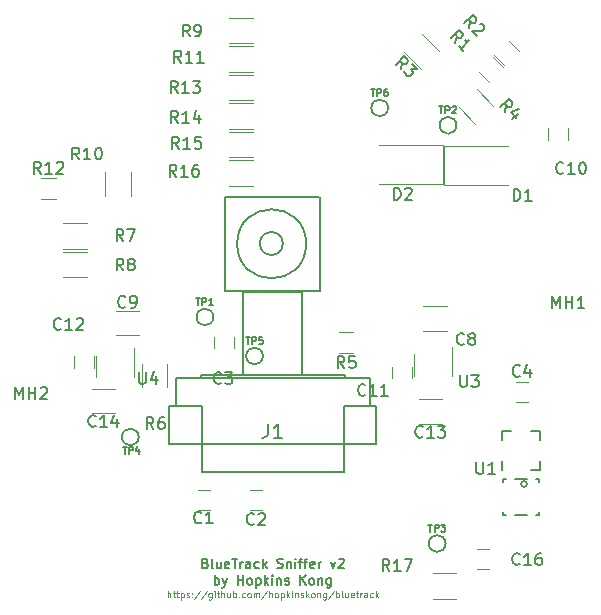
<source format=gto>
G04 #@! TF.FileFunction,Legend,Top*
%FSLAX46Y46*%
G04 Gerber Fmt 4.6, Leading zero omitted, Abs format (unit mm)*
G04 Created by KiCad (PCBNEW 4.0.6) date 01/04/18 03:56:18*
%MOMM*%
%LPD*%
G01*
G04 APERTURE LIST*
%ADD10C,0.100000*%
%ADD11C,0.200000*%
%ADD12C,0.125000*%
%ADD13C,0.150000*%
%ADD14C,0.120000*%
%ADD15C,0.152400*%
G04 APERTURE END LIST*
D10*
D11*
X184023714Y-135005857D02*
X184138000Y-135043952D01*
X184176095Y-135082048D01*
X184214190Y-135158238D01*
X184214190Y-135272524D01*
X184176095Y-135348714D01*
X184138000Y-135386810D01*
X184061809Y-135424905D01*
X183757047Y-135424905D01*
X183757047Y-134624905D01*
X184023714Y-134624905D01*
X184099904Y-134663000D01*
X184138000Y-134701095D01*
X184176095Y-134777286D01*
X184176095Y-134853476D01*
X184138000Y-134929667D01*
X184099904Y-134967762D01*
X184023714Y-135005857D01*
X183757047Y-135005857D01*
X184671333Y-135424905D02*
X184595142Y-135386810D01*
X184557047Y-135310619D01*
X184557047Y-134624905D01*
X185318952Y-134891571D02*
X185318952Y-135424905D01*
X184976095Y-134891571D02*
X184976095Y-135310619D01*
X185014190Y-135386810D01*
X185090381Y-135424905D01*
X185204667Y-135424905D01*
X185280857Y-135386810D01*
X185318952Y-135348714D01*
X186004667Y-135386810D02*
X185928477Y-135424905D01*
X185776096Y-135424905D01*
X185699905Y-135386810D01*
X185661810Y-135310619D01*
X185661810Y-135005857D01*
X185699905Y-134929667D01*
X185776096Y-134891571D01*
X185928477Y-134891571D01*
X186004667Y-134929667D01*
X186042762Y-135005857D01*
X186042762Y-135082048D01*
X185661810Y-135158238D01*
X186271333Y-134624905D02*
X186728476Y-134624905D01*
X186499905Y-135424905D02*
X186499905Y-134624905D01*
X186995143Y-135424905D02*
X186995143Y-134891571D01*
X186995143Y-135043952D02*
X187033238Y-134967762D01*
X187071334Y-134929667D01*
X187147524Y-134891571D01*
X187223715Y-134891571D01*
X187833238Y-135424905D02*
X187833238Y-135005857D01*
X187795143Y-134929667D01*
X187718953Y-134891571D01*
X187566572Y-134891571D01*
X187490381Y-134929667D01*
X187833238Y-135386810D02*
X187757048Y-135424905D01*
X187566572Y-135424905D01*
X187490381Y-135386810D01*
X187452286Y-135310619D01*
X187452286Y-135234429D01*
X187490381Y-135158238D01*
X187566572Y-135120143D01*
X187757048Y-135120143D01*
X187833238Y-135082048D01*
X188557048Y-135386810D02*
X188480858Y-135424905D01*
X188328477Y-135424905D01*
X188252286Y-135386810D01*
X188214191Y-135348714D01*
X188176096Y-135272524D01*
X188176096Y-135043952D01*
X188214191Y-134967762D01*
X188252286Y-134929667D01*
X188328477Y-134891571D01*
X188480858Y-134891571D01*
X188557048Y-134929667D01*
X188899905Y-135424905D02*
X188899905Y-134624905D01*
X188976096Y-135120143D02*
X189204667Y-135424905D01*
X189204667Y-134891571D02*
X188899905Y-135196333D01*
X190118953Y-135386810D02*
X190233239Y-135424905D01*
X190423715Y-135424905D01*
X190499905Y-135386810D01*
X190538001Y-135348714D01*
X190576096Y-135272524D01*
X190576096Y-135196333D01*
X190538001Y-135120143D01*
X190499905Y-135082048D01*
X190423715Y-135043952D01*
X190271334Y-135005857D01*
X190195143Y-134967762D01*
X190157048Y-134929667D01*
X190118953Y-134853476D01*
X190118953Y-134777286D01*
X190157048Y-134701095D01*
X190195143Y-134663000D01*
X190271334Y-134624905D01*
X190461810Y-134624905D01*
X190576096Y-134663000D01*
X190918953Y-134891571D02*
X190918953Y-135424905D01*
X190918953Y-134967762D02*
X190957048Y-134929667D01*
X191033239Y-134891571D01*
X191147525Y-134891571D01*
X191223715Y-134929667D01*
X191261810Y-135005857D01*
X191261810Y-135424905D01*
X191642763Y-135424905D02*
X191642763Y-134891571D01*
X191642763Y-134624905D02*
X191604668Y-134663000D01*
X191642763Y-134701095D01*
X191680858Y-134663000D01*
X191642763Y-134624905D01*
X191642763Y-134701095D01*
X191909429Y-134891571D02*
X192214191Y-134891571D01*
X192023715Y-135424905D02*
X192023715Y-134739190D01*
X192061810Y-134663000D01*
X192138001Y-134624905D01*
X192214191Y-134624905D01*
X192366572Y-134891571D02*
X192671334Y-134891571D01*
X192480858Y-135424905D02*
X192480858Y-134739190D01*
X192518953Y-134663000D01*
X192595144Y-134624905D01*
X192671334Y-134624905D01*
X193242763Y-135386810D02*
X193166573Y-135424905D01*
X193014192Y-135424905D01*
X192938001Y-135386810D01*
X192899906Y-135310619D01*
X192899906Y-135005857D01*
X192938001Y-134929667D01*
X193014192Y-134891571D01*
X193166573Y-134891571D01*
X193242763Y-134929667D01*
X193280858Y-135005857D01*
X193280858Y-135082048D01*
X192899906Y-135158238D01*
X193623715Y-135424905D02*
X193623715Y-134891571D01*
X193623715Y-135043952D02*
X193661810Y-134967762D01*
X193699906Y-134929667D01*
X193776096Y-134891571D01*
X193852287Y-134891571D01*
X194652287Y-134891571D02*
X194842763Y-135424905D01*
X195033239Y-134891571D01*
X195299906Y-134701095D02*
X195338001Y-134663000D01*
X195414192Y-134624905D01*
X195604668Y-134624905D01*
X195680858Y-134663000D01*
X195718954Y-134701095D01*
X195757049Y-134777286D01*
X195757049Y-134853476D01*
X195718954Y-134967762D01*
X195261811Y-135424905D01*
X195757049Y-135424905D01*
X184823713Y-136824905D02*
X184823713Y-136024905D01*
X184823713Y-136329667D02*
X184899904Y-136291571D01*
X185052285Y-136291571D01*
X185128475Y-136329667D01*
X185166570Y-136367762D01*
X185204666Y-136443952D01*
X185204666Y-136672524D01*
X185166570Y-136748714D01*
X185128475Y-136786810D01*
X185052285Y-136824905D01*
X184899904Y-136824905D01*
X184823713Y-136786810D01*
X185471333Y-136291571D02*
X185661809Y-136824905D01*
X185852285Y-136291571D02*
X185661809Y-136824905D01*
X185585618Y-137015381D01*
X185547523Y-137053476D01*
X185471333Y-137091571D01*
X186766571Y-136824905D02*
X186766571Y-136024905D01*
X186766571Y-136405857D02*
X187223714Y-136405857D01*
X187223714Y-136824905D02*
X187223714Y-136024905D01*
X187718952Y-136824905D02*
X187642761Y-136786810D01*
X187604666Y-136748714D01*
X187566571Y-136672524D01*
X187566571Y-136443952D01*
X187604666Y-136367762D01*
X187642761Y-136329667D01*
X187718952Y-136291571D01*
X187833238Y-136291571D01*
X187909428Y-136329667D01*
X187947523Y-136367762D01*
X187985619Y-136443952D01*
X187985619Y-136672524D01*
X187947523Y-136748714D01*
X187909428Y-136786810D01*
X187833238Y-136824905D01*
X187718952Y-136824905D01*
X188328476Y-136291571D02*
X188328476Y-137091571D01*
X188328476Y-136329667D02*
X188404667Y-136291571D01*
X188557048Y-136291571D01*
X188633238Y-136329667D01*
X188671333Y-136367762D01*
X188709429Y-136443952D01*
X188709429Y-136672524D01*
X188671333Y-136748714D01*
X188633238Y-136786810D01*
X188557048Y-136824905D01*
X188404667Y-136824905D01*
X188328476Y-136786810D01*
X189052286Y-136824905D02*
X189052286Y-136024905D01*
X189128477Y-136520143D02*
X189357048Y-136824905D01*
X189357048Y-136291571D02*
X189052286Y-136596333D01*
X189699905Y-136824905D02*
X189699905Y-136291571D01*
X189699905Y-136024905D02*
X189661810Y-136063000D01*
X189699905Y-136101095D01*
X189738000Y-136063000D01*
X189699905Y-136024905D01*
X189699905Y-136101095D01*
X190080857Y-136291571D02*
X190080857Y-136824905D01*
X190080857Y-136367762D02*
X190118952Y-136329667D01*
X190195143Y-136291571D01*
X190309429Y-136291571D01*
X190385619Y-136329667D01*
X190423714Y-136405857D01*
X190423714Y-136824905D01*
X190766572Y-136786810D02*
X190842762Y-136824905D01*
X190995143Y-136824905D01*
X191071334Y-136786810D01*
X191109429Y-136710619D01*
X191109429Y-136672524D01*
X191071334Y-136596333D01*
X190995143Y-136558238D01*
X190880858Y-136558238D01*
X190804667Y-136520143D01*
X190766572Y-136443952D01*
X190766572Y-136405857D01*
X190804667Y-136329667D01*
X190880858Y-136291571D01*
X190995143Y-136291571D01*
X191071334Y-136329667D01*
X192061810Y-136824905D02*
X192061810Y-136024905D01*
X192518953Y-136824905D02*
X192176096Y-136367762D01*
X192518953Y-136024905D02*
X192061810Y-136482048D01*
X192976096Y-136824905D02*
X192899905Y-136786810D01*
X192861810Y-136748714D01*
X192823715Y-136672524D01*
X192823715Y-136443952D01*
X192861810Y-136367762D01*
X192899905Y-136329667D01*
X192976096Y-136291571D01*
X193090382Y-136291571D01*
X193166572Y-136329667D01*
X193204667Y-136367762D01*
X193242763Y-136443952D01*
X193242763Y-136672524D01*
X193204667Y-136748714D01*
X193166572Y-136786810D01*
X193090382Y-136824905D01*
X192976096Y-136824905D01*
X193585620Y-136291571D02*
X193585620Y-136824905D01*
X193585620Y-136367762D02*
X193623715Y-136329667D01*
X193699906Y-136291571D01*
X193814192Y-136291571D01*
X193890382Y-136329667D01*
X193928477Y-136405857D01*
X193928477Y-136824905D01*
X194652287Y-136291571D02*
X194652287Y-136939190D01*
X194614192Y-137015381D01*
X194576097Y-137053476D01*
X194499906Y-137091571D01*
X194385621Y-137091571D01*
X194309430Y-137053476D01*
X194652287Y-136786810D02*
X194576097Y-136824905D01*
X194423716Y-136824905D01*
X194347525Y-136786810D01*
X194309430Y-136748714D01*
X194271335Y-136672524D01*
X194271335Y-136443952D01*
X194309430Y-136367762D01*
X194347525Y-136329667D01*
X194423716Y-136291571D01*
X194576097Y-136291571D01*
X194652287Y-136329667D01*
D12*
X180833238Y-137916810D02*
X180833238Y-137366810D01*
X181068953Y-137916810D02*
X181068953Y-137628714D01*
X181042762Y-137576333D01*
X180990381Y-137550143D01*
X180911810Y-137550143D01*
X180859429Y-137576333D01*
X180833238Y-137602524D01*
X181252286Y-137550143D02*
X181461810Y-137550143D01*
X181330857Y-137366810D02*
X181330857Y-137838238D01*
X181357048Y-137890619D01*
X181409429Y-137916810D01*
X181461810Y-137916810D01*
X181566572Y-137550143D02*
X181776096Y-137550143D01*
X181645143Y-137366810D02*
X181645143Y-137838238D01*
X181671334Y-137890619D01*
X181723715Y-137916810D01*
X181776096Y-137916810D01*
X181959429Y-137550143D02*
X181959429Y-138100143D01*
X181959429Y-137576333D02*
X182011810Y-137550143D01*
X182116572Y-137550143D01*
X182168953Y-137576333D01*
X182195144Y-137602524D01*
X182221334Y-137654905D01*
X182221334Y-137812048D01*
X182195144Y-137864429D01*
X182168953Y-137890619D01*
X182116572Y-137916810D01*
X182011810Y-137916810D01*
X181959429Y-137890619D01*
X182430858Y-137890619D02*
X182483239Y-137916810D01*
X182588001Y-137916810D01*
X182640382Y-137890619D01*
X182666572Y-137838238D01*
X182666572Y-137812048D01*
X182640382Y-137759667D01*
X182588001Y-137733476D01*
X182509429Y-137733476D01*
X182457048Y-137707286D01*
X182430858Y-137654905D01*
X182430858Y-137628714D01*
X182457048Y-137576333D01*
X182509429Y-137550143D01*
X182588001Y-137550143D01*
X182640382Y-137576333D01*
X182902286Y-137864429D02*
X182928477Y-137890619D01*
X182902286Y-137916810D01*
X182876096Y-137890619D01*
X182902286Y-137864429D01*
X182902286Y-137916810D01*
X182902286Y-137576333D02*
X182928477Y-137602524D01*
X182902286Y-137628714D01*
X182876096Y-137602524D01*
X182902286Y-137576333D01*
X182902286Y-137628714D01*
X183557049Y-137340619D02*
X183085620Y-138047762D01*
X184133239Y-137340619D02*
X183661810Y-138047762D01*
X184552286Y-137550143D02*
X184552286Y-137995381D01*
X184526095Y-138047762D01*
X184499905Y-138073952D01*
X184447524Y-138100143D01*
X184368952Y-138100143D01*
X184316571Y-138073952D01*
X184552286Y-137890619D02*
X184499905Y-137916810D01*
X184395143Y-137916810D01*
X184342762Y-137890619D01*
X184316571Y-137864429D01*
X184290381Y-137812048D01*
X184290381Y-137654905D01*
X184316571Y-137602524D01*
X184342762Y-137576333D01*
X184395143Y-137550143D01*
X184499905Y-137550143D01*
X184552286Y-137576333D01*
X184814190Y-137916810D02*
X184814190Y-137550143D01*
X184814190Y-137366810D02*
X184788000Y-137393000D01*
X184814190Y-137419190D01*
X184840381Y-137393000D01*
X184814190Y-137366810D01*
X184814190Y-137419190D01*
X184997524Y-137550143D02*
X185207048Y-137550143D01*
X185076095Y-137366810D02*
X185076095Y-137838238D01*
X185102286Y-137890619D01*
X185154667Y-137916810D01*
X185207048Y-137916810D01*
X185390381Y-137916810D02*
X185390381Y-137366810D01*
X185626096Y-137916810D02*
X185626096Y-137628714D01*
X185599905Y-137576333D01*
X185547524Y-137550143D01*
X185468953Y-137550143D01*
X185416572Y-137576333D01*
X185390381Y-137602524D01*
X186123715Y-137550143D02*
X186123715Y-137916810D01*
X185888000Y-137550143D02*
X185888000Y-137838238D01*
X185914191Y-137890619D01*
X185966572Y-137916810D01*
X186045143Y-137916810D01*
X186097524Y-137890619D01*
X186123715Y-137864429D01*
X186385619Y-137916810D02*
X186385619Y-137366810D01*
X186385619Y-137576333D02*
X186438000Y-137550143D01*
X186542762Y-137550143D01*
X186595143Y-137576333D01*
X186621334Y-137602524D01*
X186647524Y-137654905D01*
X186647524Y-137812048D01*
X186621334Y-137864429D01*
X186595143Y-137890619D01*
X186542762Y-137916810D01*
X186438000Y-137916810D01*
X186385619Y-137890619D01*
X186883238Y-137864429D02*
X186909429Y-137890619D01*
X186883238Y-137916810D01*
X186857048Y-137890619D01*
X186883238Y-137864429D01*
X186883238Y-137916810D01*
X187380858Y-137890619D02*
X187328477Y-137916810D01*
X187223715Y-137916810D01*
X187171334Y-137890619D01*
X187145143Y-137864429D01*
X187118953Y-137812048D01*
X187118953Y-137654905D01*
X187145143Y-137602524D01*
X187171334Y-137576333D01*
X187223715Y-137550143D01*
X187328477Y-137550143D01*
X187380858Y-137576333D01*
X187695144Y-137916810D02*
X187642763Y-137890619D01*
X187616572Y-137864429D01*
X187590382Y-137812048D01*
X187590382Y-137654905D01*
X187616572Y-137602524D01*
X187642763Y-137576333D01*
X187695144Y-137550143D01*
X187773715Y-137550143D01*
X187826096Y-137576333D01*
X187852287Y-137602524D01*
X187878477Y-137654905D01*
X187878477Y-137812048D01*
X187852287Y-137864429D01*
X187826096Y-137890619D01*
X187773715Y-137916810D01*
X187695144Y-137916810D01*
X188114191Y-137916810D02*
X188114191Y-137550143D01*
X188114191Y-137602524D02*
X188140382Y-137576333D01*
X188192763Y-137550143D01*
X188271334Y-137550143D01*
X188323715Y-137576333D01*
X188349906Y-137628714D01*
X188349906Y-137916810D01*
X188349906Y-137628714D02*
X188376096Y-137576333D01*
X188428477Y-137550143D01*
X188507049Y-137550143D01*
X188559429Y-137576333D01*
X188585620Y-137628714D01*
X188585620Y-137916810D01*
X189240382Y-137340619D02*
X188768953Y-138047762D01*
X189423714Y-137916810D02*
X189423714Y-137366810D01*
X189659429Y-137916810D02*
X189659429Y-137628714D01*
X189633238Y-137576333D01*
X189580857Y-137550143D01*
X189502286Y-137550143D01*
X189449905Y-137576333D01*
X189423714Y-137602524D01*
X189999905Y-137916810D02*
X189947524Y-137890619D01*
X189921333Y-137864429D01*
X189895143Y-137812048D01*
X189895143Y-137654905D01*
X189921333Y-137602524D01*
X189947524Y-137576333D01*
X189999905Y-137550143D01*
X190078476Y-137550143D01*
X190130857Y-137576333D01*
X190157048Y-137602524D01*
X190183238Y-137654905D01*
X190183238Y-137812048D01*
X190157048Y-137864429D01*
X190130857Y-137890619D01*
X190078476Y-137916810D01*
X189999905Y-137916810D01*
X190418952Y-137550143D02*
X190418952Y-138100143D01*
X190418952Y-137576333D02*
X190471333Y-137550143D01*
X190576095Y-137550143D01*
X190628476Y-137576333D01*
X190654667Y-137602524D01*
X190680857Y-137654905D01*
X190680857Y-137812048D01*
X190654667Y-137864429D01*
X190628476Y-137890619D01*
X190576095Y-137916810D01*
X190471333Y-137916810D01*
X190418952Y-137890619D01*
X190916571Y-137916810D02*
X190916571Y-137366810D01*
X190968952Y-137707286D02*
X191126095Y-137916810D01*
X191126095Y-137550143D02*
X190916571Y-137759667D01*
X191361809Y-137916810D02*
X191361809Y-137550143D01*
X191361809Y-137366810D02*
X191335619Y-137393000D01*
X191361809Y-137419190D01*
X191388000Y-137393000D01*
X191361809Y-137366810D01*
X191361809Y-137419190D01*
X191623714Y-137550143D02*
X191623714Y-137916810D01*
X191623714Y-137602524D02*
X191649905Y-137576333D01*
X191702286Y-137550143D01*
X191780857Y-137550143D01*
X191833238Y-137576333D01*
X191859429Y-137628714D01*
X191859429Y-137916810D01*
X192095143Y-137890619D02*
X192147524Y-137916810D01*
X192252286Y-137916810D01*
X192304667Y-137890619D01*
X192330857Y-137838238D01*
X192330857Y-137812048D01*
X192304667Y-137759667D01*
X192252286Y-137733476D01*
X192173714Y-137733476D01*
X192121333Y-137707286D01*
X192095143Y-137654905D01*
X192095143Y-137628714D01*
X192121333Y-137576333D01*
X192173714Y-137550143D01*
X192252286Y-137550143D01*
X192304667Y-137576333D01*
X192566571Y-137916810D02*
X192566571Y-137366810D01*
X192618952Y-137707286D02*
X192776095Y-137916810D01*
X192776095Y-137550143D02*
X192566571Y-137759667D01*
X193090381Y-137916810D02*
X193038000Y-137890619D01*
X193011809Y-137864429D01*
X192985619Y-137812048D01*
X192985619Y-137654905D01*
X193011809Y-137602524D01*
X193038000Y-137576333D01*
X193090381Y-137550143D01*
X193168952Y-137550143D01*
X193221333Y-137576333D01*
X193247524Y-137602524D01*
X193273714Y-137654905D01*
X193273714Y-137812048D01*
X193247524Y-137864429D01*
X193221333Y-137890619D01*
X193168952Y-137916810D01*
X193090381Y-137916810D01*
X193509428Y-137550143D02*
X193509428Y-137916810D01*
X193509428Y-137602524D02*
X193535619Y-137576333D01*
X193588000Y-137550143D01*
X193666571Y-137550143D01*
X193718952Y-137576333D01*
X193745143Y-137628714D01*
X193745143Y-137916810D01*
X194242762Y-137550143D02*
X194242762Y-137995381D01*
X194216571Y-138047762D01*
X194190381Y-138073952D01*
X194138000Y-138100143D01*
X194059428Y-138100143D01*
X194007047Y-138073952D01*
X194242762Y-137890619D02*
X194190381Y-137916810D01*
X194085619Y-137916810D01*
X194033238Y-137890619D01*
X194007047Y-137864429D01*
X193980857Y-137812048D01*
X193980857Y-137654905D01*
X194007047Y-137602524D01*
X194033238Y-137576333D01*
X194085619Y-137550143D01*
X194190381Y-137550143D01*
X194242762Y-137576333D01*
X194897524Y-137340619D02*
X194426095Y-138047762D01*
X195080856Y-137916810D02*
X195080856Y-137366810D01*
X195080856Y-137576333D02*
X195133237Y-137550143D01*
X195237999Y-137550143D01*
X195290380Y-137576333D01*
X195316571Y-137602524D01*
X195342761Y-137654905D01*
X195342761Y-137812048D01*
X195316571Y-137864429D01*
X195290380Y-137890619D01*
X195237999Y-137916810D01*
X195133237Y-137916810D01*
X195080856Y-137890619D01*
X195657047Y-137916810D02*
X195604666Y-137890619D01*
X195578475Y-137838238D01*
X195578475Y-137366810D01*
X196102285Y-137550143D02*
X196102285Y-137916810D01*
X195866570Y-137550143D02*
X195866570Y-137838238D01*
X195892761Y-137890619D01*
X195945142Y-137916810D01*
X196023713Y-137916810D01*
X196076094Y-137890619D01*
X196102285Y-137864429D01*
X196573713Y-137890619D02*
X196521332Y-137916810D01*
X196416570Y-137916810D01*
X196364189Y-137890619D01*
X196337999Y-137838238D01*
X196337999Y-137628714D01*
X196364189Y-137576333D01*
X196416570Y-137550143D01*
X196521332Y-137550143D01*
X196573713Y-137576333D01*
X196599904Y-137628714D01*
X196599904Y-137681095D01*
X196337999Y-137733476D01*
X196757047Y-137550143D02*
X196966571Y-137550143D01*
X196835618Y-137366810D02*
X196835618Y-137838238D01*
X196861809Y-137890619D01*
X196914190Y-137916810D01*
X196966571Y-137916810D01*
X197149904Y-137916810D02*
X197149904Y-137550143D01*
X197149904Y-137654905D02*
X197176095Y-137602524D01*
X197202285Y-137576333D01*
X197254666Y-137550143D01*
X197307047Y-137550143D01*
X197726095Y-137916810D02*
X197726095Y-137628714D01*
X197699904Y-137576333D01*
X197647523Y-137550143D01*
X197542761Y-137550143D01*
X197490380Y-137576333D01*
X197726095Y-137890619D02*
X197673714Y-137916810D01*
X197542761Y-137916810D01*
X197490380Y-137890619D01*
X197464190Y-137838238D01*
X197464190Y-137785857D01*
X197490380Y-137733476D01*
X197542761Y-137707286D01*
X197673714Y-137707286D01*
X197726095Y-137681095D01*
X198223714Y-137890619D02*
X198171333Y-137916810D01*
X198066571Y-137916810D01*
X198014190Y-137890619D01*
X197987999Y-137864429D01*
X197961809Y-137812048D01*
X197961809Y-137654905D01*
X197987999Y-137602524D01*
X198014190Y-137576333D01*
X198066571Y-137550143D01*
X198171333Y-137550143D01*
X198223714Y-137576333D01*
X198459428Y-137916810D02*
X198459428Y-137366810D01*
X198511809Y-137707286D02*
X198668952Y-137916810D01*
X198668952Y-137550143D02*
X198459428Y-137759667D01*
D13*
X190581533Y-107950000D02*
G75*
G03X190581533Y-107950000I-970533J0D01*
G01*
X192557510Y-107975400D02*
G75*
G03X192557510Y-107975400I-2921110J0D01*
G01*
X185674000Y-112014000D02*
X185674000Y-104013000D01*
X193700400Y-112014000D02*
X193700400Y-104013000D01*
X193675000Y-104014000D02*
X185674000Y-104014000D01*
X193675000Y-112014000D02*
X185674000Y-112014000D01*
X187172600Y-119049800D02*
X187172600Y-112064800D01*
X192201800Y-119049800D02*
X192201800Y-112064800D01*
X192172600Y-112057400D02*
X187172600Y-112057400D01*
X187172600Y-119057400D02*
X192172600Y-119057400D01*
X183618000Y-119329200D02*
X183618000Y-119100600D01*
X195858000Y-119100600D02*
X183618000Y-119100600D01*
X195858000Y-119126000D02*
X195858000Y-119354600D01*
X181508400Y-119354600D02*
X181508400Y-121691400D01*
X197993000Y-121615200D02*
X197993000Y-119354600D01*
X181508400Y-119354600D02*
X197993000Y-119354600D01*
X195732400Y-124891800D02*
X198501000Y-124891800D01*
X198501000Y-121688000D02*
X198501000Y-124913000D01*
X195738000Y-121689800D02*
X198488000Y-121689800D01*
X180938000Y-124917200D02*
X183743600Y-124917200D01*
X195738000Y-127263000D02*
X183738000Y-127263000D01*
X195738000Y-124913000D02*
X183738000Y-124913000D01*
X195738000Y-124913000D02*
X195738000Y-121688000D01*
X183738000Y-124913000D02*
X183738000Y-121688000D01*
X183738000Y-121689800D02*
X180988000Y-121689800D01*
X180934000Y-124913000D02*
X180934000Y-121688000D01*
X195738000Y-124898000D02*
X195738000Y-127263000D01*
X183738000Y-124892000D02*
X183738000Y-127263000D01*
D14*
X183396000Y-130517000D02*
X184396000Y-130517000D01*
X184396000Y-128817000D02*
X183396000Y-128817000D01*
X188841000Y-128817000D02*
X187841000Y-128817000D01*
X187841000Y-130517000D02*
X188841000Y-130517000D01*
X184792000Y-115832000D02*
X184792000Y-116832000D01*
X186492000Y-116832000D02*
X186492000Y-115832000D01*
X214718000Y-99179000D02*
X214718000Y-98179000D01*
X213018000Y-98179000D02*
X213018000Y-99179000D01*
X199810000Y-118372000D02*
X199810000Y-119372000D01*
X201510000Y-119372000D02*
X201510000Y-118372000D01*
X172886000Y-117483000D02*
X172886000Y-118483000D01*
X174586000Y-118483000D02*
X174586000Y-117483000D01*
X208018000Y-133820800D02*
X207018000Y-133820800D01*
X207018000Y-135520800D02*
X208018000Y-135520800D01*
X208018510Y-94264518D02*
X207169982Y-93415990D01*
X208414490Y-92171482D02*
X209263018Y-93020010D01*
X209352010Y-92867518D02*
X208503482Y-92018990D01*
X209747990Y-90774482D02*
X210596518Y-91623010D01*
X202360497Y-90230289D02*
X203774711Y-91644503D01*
X202261503Y-93157711D02*
X200847289Y-91743497D01*
X206897003Y-97793211D02*
X205482789Y-96378997D01*
X206995997Y-94865789D02*
X208410211Y-96280003D01*
X195361000Y-115452000D02*
X196561000Y-115452000D01*
X196561000Y-117212000D02*
X195361000Y-117212000D01*
X178635000Y-120126000D02*
X178635000Y-118126000D01*
X180775000Y-118126000D02*
X180775000Y-120126000D01*
X173974000Y-108385000D02*
X171974000Y-108385000D01*
X171974000Y-106245000D02*
X173974000Y-106245000D01*
X173974000Y-110798000D02*
X171974000Y-110798000D01*
X171974000Y-108658000D02*
X173974000Y-108658000D01*
D13*
X209131500Y-123851000D02*
X209906500Y-123851000D01*
X212381500Y-127101000D02*
X211606500Y-127101000D01*
X212381500Y-123851000D02*
X211606500Y-123851000D01*
X209131500Y-127101000D02*
X209131500Y-126326000D01*
X212381500Y-127101000D02*
X212381500Y-126326000D01*
X212381500Y-123851000D02*
X212381500Y-124626000D01*
X209131500Y-123851000D02*
X209131500Y-124626000D01*
D14*
X201717000Y-117337000D02*
X201717000Y-119137000D01*
X204937000Y-119137000D02*
X204937000Y-116687000D01*
X174793000Y-117464000D02*
X174793000Y-119264000D01*
X178013000Y-119264000D02*
X178013000Y-116814000D01*
X204245000Y-99696000D02*
X204245000Y-102996000D01*
X204245000Y-102996000D02*
X209645000Y-102996000D01*
X204245000Y-99696000D02*
X209645000Y-99696000D01*
X204123500Y-102932500D02*
X204123500Y-99632500D01*
X204123500Y-99632500D02*
X198723500Y-99632500D01*
X204123500Y-102932500D02*
X198723500Y-102932500D01*
D15*
X211256374Y-128313180D02*
G75*
G03X211256374Y-128313180I-248414J0D01*
G01*
X211256880Y-130962400D02*
X210256120Y-130962400D01*
X211256880Y-127911860D02*
X210256120Y-127911860D01*
X212257640Y-127911860D02*
X212056980Y-127911860D01*
X212257640Y-127911860D02*
X212257640Y-128112520D01*
X209255360Y-127911860D02*
X209456020Y-127911860D01*
X209255360Y-127911860D02*
X209255360Y-128112520D01*
X209255360Y-130914140D02*
X209255360Y-130713480D01*
X209255360Y-130914140D02*
X209456020Y-130914140D01*
X212257640Y-130914140D02*
X212257640Y-130713480D01*
X212257640Y-130914140D02*
X212056980Y-130914140D01*
D14*
X188039000Y-90986000D02*
X186039000Y-90986000D01*
X186039000Y-88846000D02*
X188039000Y-88846000D01*
X177701600Y-101920800D02*
X177701600Y-103920800D01*
X175561600Y-103920800D02*
X175561600Y-101920800D01*
X188039000Y-93399000D02*
X186039000Y-93399000D01*
X186039000Y-91259000D02*
X188039000Y-91259000D01*
X171338800Y-104156400D02*
X170138800Y-104156400D01*
X170138800Y-102396400D02*
X171338800Y-102396400D01*
X188039000Y-95812000D02*
X186039000Y-95812000D01*
X186039000Y-93672000D02*
X188039000Y-93672000D01*
X188039000Y-98225000D02*
X186039000Y-98225000D01*
X186039000Y-96085000D02*
X188039000Y-96085000D01*
X188039000Y-100638000D02*
X186039000Y-100638000D01*
X186039000Y-98498000D02*
X188039000Y-98498000D01*
X188039000Y-103051000D02*
X186039000Y-103051000D01*
X186039000Y-100911000D02*
X188039000Y-100911000D01*
X203266800Y-135886800D02*
X205266800Y-135886800D01*
X205266800Y-138026800D02*
X203266800Y-138026800D01*
X211320000Y-119673000D02*
X210320000Y-119673000D01*
X210320000Y-121373000D02*
X211320000Y-121373000D01*
X202454000Y-115320000D02*
X204454000Y-115320000D01*
X204454000Y-113280000D02*
X202454000Y-113280000D01*
X178419000Y-113661000D02*
X176419000Y-113661000D01*
X176419000Y-115701000D02*
X178419000Y-115701000D01*
X202073000Y-123194000D02*
X204073000Y-123194000D01*
X204073000Y-121154000D02*
X202073000Y-121154000D01*
X174387000Y-122305000D02*
X176387000Y-122305000D01*
X176387000Y-120265000D02*
X174387000Y-120265000D01*
D13*
X178383000Y-124333000D02*
G75*
G03X178383000Y-124333000I-710000J0D01*
G01*
X184701000Y-114173000D02*
G75*
G03X184701000Y-114173000I-710000J0D01*
G01*
X188892000Y-117475000D02*
G75*
G03X188892000Y-117475000I-710000J0D01*
G01*
X199490400Y-96469200D02*
G75*
G03X199490400Y-96469200I-710000J0D01*
G01*
X205281600Y-97942400D02*
G75*
G03X205281600Y-97942400I-710000J0D01*
G01*
X204367200Y-133350000D02*
G75*
G03X204367200Y-133350000I-710000J0D01*
G01*
X167925667Y-121102381D02*
X167925667Y-120102381D01*
X168259001Y-120816667D01*
X168592334Y-120102381D01*
X168592334Y-121102381D01*
X169068524Y-121102381D02*
X169068524Y-120102381D01*
X169068524Y-120578571D02*
X169639953Y-120578571D01*
X169639953Y-121102381D02*
X169639953Y-120102381D01*
X170068524Y-120197619D02*
X170116143Y-120150000D01*
X170211381Y-120102381D01*
X170449477Y-120102381D01*
X170544715Y-120150000D01*
X170592334Y-120197619D01*
X170639953Y-120292857D01*
X170639953Y-120388095D01*
X170592334Y-120530952D01*
X170020905Y-121102381D01*
X170639953Y-121102381D01*
X189287200Y-123193257D02*
X189287200Y-124050400D01*
X189230058Y-124221829D01*
X189115772Y-124336114D01*
X188944343Y-124393257D01*
X188830058Y-124393257D01*
X190487201Y-124393257D02*
X189801486Y-124393257D01*
X190144344Y-124393257D02*
X190144344Y-123193257D01*
X190030058Y-123364686D01*
X189915772Y-123478971D01*
X189801486Y-123536114D01*
X183697334Y-131548143D02*
X183649715Y-131595762D01*
X183506858Y-131643381D01*
X183411620Y-131643381D01*
X183268762Y-131595762D01*
X183173524Y-131500524D01*
X183125905Y-131405286D01*
X183078286Y-131214810D01*
X183078286Y-131071952D01*
X183125905Y-130881476D01*
X183173524Y-130786238D01*
X183268762Y-130691000D01*
X183411620Y-130643381D01*
X183506858Y-130643381D01*
X183649715Y-130691000D01*
X183697334Y-130738619D01*
X184649715Y-131643381D02*
X184078286Y-131643381D01*
X184364000Y-131643381D02*
X184364000Y-130643381D01*
X184268762Y-130786238D01*
X184173524Y-130881476D01*
X184078286Y-130929095D01*
X188142334Y-131675143D02*
X188094715Y-131722762D01*
X187951858Y-131770381D01*
X187856620Y-131770381D01*
X187713762Y-131722762D01*
X187618524Y-131627524D01*
X187570905Y-131532286D01*
X187523286Y-131341810D01*
X187523286Y-131198952D01*
X187570905Y-131008476D01*
X187618524Y-130913238D01*
X187713762Y-130818000D01*
X187856620Y-130770381D01*
X187951858Y-130770381D01*
X188094715Y-130818000D01*
X188142334Y-130865619D01*
X188523286Y-130865619D02*
X188570905Y-130818000D01*
X188666143Y-130770381D01*
X188904239Y-130770381D01*
X188999477Y-130818000D01*
X189047096Y-130865619D01*
X189094715Y-130960857D01*
X189094715Y-131056095D01*
X189047096Y-131198952D01*
X188475667Y-131770381D01*
X189094715Y-131770381D01*
X185348334Y-119737143D02*
X185300715Y-119784762D01*
X185157858Y-119832381D01*
X185062620Y-119832381D01*
X184919762Y-119784762D01*
X184824524Y-119689524D01*
X184776905Y-119594286D01*
X184729286Y-119403810D01*
X184729286Y-119260952D01*
X184776905Y-119070476D01*
X184824524Y-118975238D01*
X184919762Y-118880000D01*
X185062620Y-118832381D01*
X185157858Y-118832381D01*
X185300715Y-118880000D01*
X185348334Y-118927619D01*
X185681667Y-118832381D02*
X186300715Y-118832381D01*
X185967381Y-119213333D01*
X186110239Y-119213333D01*
X186205477Y-119260952D01*
X186253096Y-119308571D01*
X186300715Y-119403810D01*
X186300715Y-119641905D01*
X186253096Y-119737143D01*
X186205477Y-119784762D01*
X186110239Y-119832381D01*
X185824524Y-119832381D01*
X185729286Y-119784762D01*
X185681667Y-119737143D01*
X214336143Y-101957143D02*
X214288524Y-102004762D01*
X214145667Y-102052381D01*
X214050429Y-102052381D01*
X213907571Y-102004762D01*
X213812333Y-101909524D01*
X213764714Y-101814286D01*
X213717095Y-101623810D01*
X213717095Y-101480952D01*
X213764714Y-101290476D01*
X213812333Y-101195238D01*
X213907571Y-101100000D01*
X214050429Y-101052381D01*
X214145667Y-101052381D01*
X214288524Y-101100000D01*
X214336143Y-101147619D01*
X215288524Y-102052381D02*
X214717095Y-102052381D01*
X215002809Y-102052381D02*
X215002809Y-101052381D01*
X214907571Y-101195238D01*
X214812333Y-101290476D01*
X214717095Y-101338095D01*
X215907571Y-101052381D02*
X216002810Y-101052381D01*
X216098048Y-101100000D01*
X216145667Y-101147619D01*
X216193286Y-101242857D01*
X216240905Y-101433333D01*
X216240905Y-101671429D01*
X216193286Y-101861905D01*
X216145667Y-101957143D01*
X216098048Y-102004762D01*
X216002810Y-102052381D01*
X215907571Y-102052381D01*
X215812333Y-102004762D01*
X215764714Y-101957143D01*
X215717095Y-101861905D01*
X215669476Y-101671429D01*
X215669476Y-101433333D01*
X215717095Y-101242857D01*
X215764714Y-101147619D01*
X215812333Y-101100000D01*
X215907571Y-101052381D01*
X197572143Y-120753143D02*
X197524524Y-120800762D01*
X197381667Y-120848381D01*
X197286429Y-120848381D01*
X197143571Y-120800762D01*
X197048333Y-120705524D01*
X197000714Y-120610286D01*
X196953095Y-120419810D01*
X196953095Y-120276952D01*
X197000714Y-120086476D01*
X197048333Y-119991238D01*
X197143571Y-119896000D01*
X197286429Y-119848381D01*
X197381667Y-119848381D01*
X197524524Y-119896000D01*
X197572143Y-119943619D01*
X198524524Y-120848381D02*
X197953095Y-120848381D01*
X198238809Y-120848381D02*
X198238809Y-119848381D01*
X198143571Y-119991238D01*
X198048333Y-120086476D01*
X197953095Y-120134095D01*
X199476905Y-120848381D02*
X198905476Y-120848381D01*
X199191190Y-120848381D02*
X199191190Y-119848381D01*
X199095952Y-119991238D01*
X199000714Y-120086476D01*
X198905476Y-120134095D01*
X171791143Y-115165143D02*
X171743524Y-115212762D01*
X171600667Y-115260381D01*
X171505429Y-115260381D01*
X171362571Y-115212762D01*
X171267333Y-115117524D01*
X171219714Y-115022286D01*
X171172095Y-114831810D01*
X171172095Y-114688952D01*
X171219714Y-114498476D01*
X171267333Y-114403238D01*
X171362571Y-114308000D01*
X171505429Y-114260381D01*
X171600667Y-114260381D01*
X171743524Y-114308000D01*
X171791143Y-114355619D01*
X172743524Y-115260381D02*
X172172095Y-115260381D01*
X172457809Y-115260381D02*
X172457809Y-114260381D01*
X172362571Y-114403238D01*
X172267333Y-114498476D01*
X172172095Y-114546095D01*
X173124476Y-114355619D02*
X173172095Y-114308000D01*
X173267333Y-114260381D01*
X173505429Y-114260381D01*
X173600667Y-114308000D01*
X173648286Y-114355619D01*
X173695905Y-114450857D01*
X173695905Y-114546095D01*
X173648286Y-114688952D01*
X173076857Y-115260381D01*
X173695905Y-115260381D01*
X210634343Y-135078743D02*
X210586724Y-135126362D01*
X210443867Y-135173981D01*
X210348629Y-135173981D01*
X210205771Y-135126362D01*
X210110533Y-135031124D01*
X210062914Y-134935886D01*
X210015295Y-134745410D01*
X210015295Y-134602552D01*
X210062914Y-134412076D01*
X210110533Y-134316838D01*
X210205771Y-134221600D01*
X210348629Y-134173981D01*
X210443867Y-134173981D01*
X210586724Y-134221600D01*
X210634343Y-134269219D01*
X211586724Y-135173981D02*
X211015295Y-135173981D01*
X211301009Y-135173981D02*
X211301009Y-134173981D01*
X211205771Y-134316838D01*
X211110533Y-134412076D01*
X211015295Y-134459695D01*
X212443867Y-134173981D02*
X212253390Y-134173981D01*
X212158152Y-134221600D01*
X212110533Y-134269219D01*
X212015295Y-134412076D01*
X211967676Y-134602552D01*
X211967676Y-134983505D01*
X212015295Y-135078743D01*
X212062914Y-135126362D01*
X212158152Y-135173981D01*
X212348629Y-135173981D01*
X212443867Y-135126362D01*
X212491486Y-135078743D01*
X212539105Y-134983505D01*
X212539105Y-134745410D01*
X212491486Y-134650171D01*
X212443867Y-134602552D01*
X212348629Y-134554933D01*
X212158152Y-134554933D01*
X212062914Y-134602552D01*
X212015295Y-134650171D01*
X211967676Y-134745410D01*
X205200668Y-90981631D02*
X205301683Y-90409210D01*
X204796606Y-90577570D02*
X205503713Y-89870463D01*
X205773088Y-90139837D01*
X205806759Y-90240853D01*
X205806759Y-90308196D01*
X205773088Y-90409211D01*
X205672072Y-90510226D01*
X205571057Y-90543898D01*
X205503714Y-90543898D01*
X205402699Y-90510226D01*
X205133324Y-90240852D01*
X205874103Y-91655066D02*
X205470041Y-91251005D01*
X205672072Y-91453035D02*
X206379178Y-90745928D01*
X206210820Y-90779600D01*
X206076133Y-90779600D01*
X205975118Y-90745928D01*
X206369068Y-89711631D02*
X206470083Y-89139210D01*
X205965006Y-89307570D02*
X206672113Y-88600463D01*
X206941488Y-88869837D01*
X206975159Y-88970853D01*
X206975159Y-89038196D01*
X206941488Y-89139211D01*
X206840472Y-89240226D01*
X206739457Y-89273898D01*
X206672114Y-89273898D01*
X206571099Y-89240226D01*
X206301724Y-88970852D01*
X207278205Y-89341241D02*
X207345548Y-89341241D01*
X207446563Y-89374913D01*
X207614923Y-89543272D01*
X207648594Y-89644288D01*
X207648594Y-89711631D01*
X207614923Y-89812646D01*
X207547579Y-89879990D01*
X207412892Y-89947333D01*
X206604770Y-89947333D01*
X207042503Y-90385066D01*
X200565120Y-93204179D02*
X200666135Y-92631758D01*
X200161058Y-92800118D02*
X200868165Y-92093011D01*
X201137540Y-92362385D01*
X201171211Y-92463401D01*
X201171211Y-92530744D01*
X201137540Y-92631759D01*
X201036524Y-92732774D01*
X200935509Y-92766446D01*
X200868166Y-92766446D01*
X200767151Y-92732774D01*
X200497776Y-92463400D01*
X201507928Y-92732774D02*
X201945662Y-93170507D01*
X201440585Y-93204178D01*
X201541601Y-93305194D01*
X201575273Y-93406209D01*
X201575273Y-93473553D01*
X201541600Y-93574569D01*
X201373242Y-93742927D01*
X201272226Y-93776599D01*
X201204883Y-93776599D01*
X201103868Y-93742927D01*
X200901837Y-93540896D01*
X200868165Y-93439881D01*
X200868165Y-93372538D01*
X209417068Y-96823631D02*
X209518083Y-96251210D01*
X209013006Y-96419570D02*
X209720113Y-95712463D01*
X209989488Y-95981837D01*
X210023159Y-96082853D01*
X210023159Y-96150196D01*
X209989488Y-96251211D01*
X209888472Y-96352226D01*
X209787457Y-96385898D01*
X209720114Y-96385898D01*
X209619099Y-96352226D01*
X209349724Y-96082852D01*
X210494564Y-96958318D02*
X210023159Y-97429723D01*
X210595578Y-96520585D02*
X209922143Y-96857303D01*
X210359876Y-97295036D01*
X195794334Y-118484381D02*
X195461000Y-118008190D01*
X195222905Y-118484381D02*
X195222905Y-117484381D01*
X195603858Y-117484381D01*
X195699096Y-117532000D01*
X195746715Y-117579619D01*
X195794334Y-117674857D01*
X195794334Y-117817714D01*
X195746715Y-117912952D01*
X195699096Y-117960571D01*
X195603858Y-118008190D01*
X195222905Y-118008190D01*
X196699096Y-117484381D02*
X196222905Y-117484381D01*
X196175286Y-117960571D01*
X196222905Y-117912952D01*
X196318143Y-117865333D01*
X196556239Y-117865333D01*
X196651477Y-117912952D01*
X196699096Y-117960571D01*
X196746715Y-118055810D01*
X196746715Y-118293905D01*
X196699096Y-118389143D01*
X196651477Y-118436762D01*
X196556239Y-118484381D01*
X196318143Y-118484381D01*
X196222905Y-118436762D01*
X196175286Y-118389143D01*
X179633334Y-123642381D02*
X179300000Y-123166190D01*
X179061905Y-123642381D02*
X179061905Y-122642381D01*
X179442858Y-122642381D01*
X179538096Y-122690000D01*
X179585715Y-122737619D01*
X179633334Y-122832857D01*
X179633334Y-122975714D01*
X179585715Y-123070952D01*
X179538096Y-123118571D01*
X179442858Y-123166190D01*
X179061905Y-123166190D01*
X180490477Y-122642381D02*
X180300000Y-122642381D01*
X180204762Y-122690000D01*
X180157143Y-122737619D01*
X180061905Y-122880476D01*
X180014286Y-123070952D01*
X180014286Y-123451905D01*
X180061905Y-123547143D01*
X180109524Y-123594762D01*
X180204762Y-123642381D01*
X180395239Y-123642381D01*
X180490477Y-123594762D01*
X180538096Y-123547143D01*
X180585715Y-123451905D01*
X180585715Y-123213810D01*
X180538096Y-123118571D01*
X180490477Y-123070952D01*
X180395239Y-123023333D01*
X180204762Y-123023333D01*
X180109524Y-123070952D01*
X180061905Y-123118571D01*
X180014286Y-123213810D01*
X177074534Y-107741981D02*
X176741200Y-107265790D01*
X176503105Y-107741981D02*
X176503105Y-106741981D01*
X176884058Y-106741981D01*
X176979296Y-106789600D01*
X177026915Y-106837219D01*
X177074534Y-106932457D01*
X177074534Y-107075314D01*
X177026915Y-107170552D01*
X176979296Y-107218171D01*
X176884058Y-107265790D01*
X176503105Y-107265790D01*
X177407867Y-106741981D02*
X178074534Y-106741981D01*
X177645962Y-107741981D01*
X177074534Y-110231181D02*
X176741200Y-109754990D01*
X176503105Y-110231181D02*
X176503105Y-109231181D01*
X176884058Y-109231181D01*
X176979296Y-109278800D01*
X177026915Y-109326419D01*
X177074534Y-109421657D01*
X177074534Y-109564514D01*
X177026915Y-109659752D01*
X176979296Y-109707371D01*
X176884058Y-109754990D01*
X176503105Y-109754990D01*
X177645962Y-109659752D02*
X177550724Y-109612133D01*
X177503105Y-109564514D01*
X177455486Y-109469276D01*
X177455486Y-109421657D01*
X177503105Y-109326419D01*
X177550724Y-109278800D01*
X177645962Y-109231181D01*
X177836439Y-109231181D01*
X177931677Y-109278800D01*
X177979296Y-109326419D01*
X178026915Y-109421657D01*
X178026915Y-109469276D01*
X177979296Y-109564514D01*
X177931677Y-109612133D01*
X177836439Y-109659752D01*
X177645962Y-109659752D01*
X177550724Y-109707371D01*
X177503105Y-109754990D01*
X177455486Y-109850229D01*
X177455486Y-110040705D01*
X177503105Y-110135943D01*
X177550724Y-110183562D01*
X177645962Y-110231181D01*
X177836439Y-110231181D01*
X177931677Y-110183562D01*
X177979296Y-110135943D01*
X178026915Y-110040705D01*
X178026915Y-109850229D01*
X177979296Y-109754990D01*
X177931677Y-109707371D01*
X177836439Y-109659752D01*
X206978095Y-126452381D02*
X206978095Y-127261905D01*
X207025714Y-127357143D01*
X207073333Y-127404762D01*
X207168571Y-127452381D01*
X207359048Y-127452381D01*
X207454286Y-127404762D01*
X207501905Y-127357143D01*
X207549524Y-127261905D01*
X207549524Y-126452381D01*
X208549524Y-127452381D02*
X207978095Y-127452381D01*
X208263809Y-127452381D02*
X208263809Y-126452381D01*
X208168571Y-126595238D01*
X208073333Y-126690476D01*
X207978095Y-126738095D01*
X205581095Y-119086381D02*
X205581095Y-119895905D01*
X205628714Y-119991143D01*
X205676333Y-120038762D01*
X205771571Y-120086381D01*
X205962048Y-120086381D01*
X206057286Y-120038762D01*
X206104905Y-119991143D01*
X206152524Y-119895905D01*
X206152524Y-119086381D01*
X206533476Y-119086381D02*
X207152524Y-119086381D01*
X206819190Y-119467333D01*
X206962048Y-119467333D01*
X207057286Y-119514952D01*
X207104905Y-119562571D01*
X207152524Y-119657810D01*
X207152524Y-119895905D01*
X207104905Y-119991143D01*
X207057286Y-120038762D01*
X206962048Y-120086381D01*
X206676333Y-120086381D01*
X206581095Y-120038762D01*
X206533476Y-119991143D01*
X178403095Y-118832381D02*
X178403095Y-119641905D01*
X178450714Y-119737143D01*
X178498333Y-119784762D01*
X178593571Y-119832381D01*
X178784048Y-119832381D01*
X178879286Y-119784762D01*
X178926905Y-119737143D01*
X178974524Y-119641905D01*
X178974524Y-118832381D01*
X179879286Y-119165714D02*
X179879286Y-119832381D01*
X179641190Y-118784762D02*
X179403095Y-119499048D01*
X180022143Y-119499048D01*
X210132705Y-104338381D02*
X210132705Y-103338381D01*
X210370800Y-103338381D01*
X210513658Y-103386000D01*
X210608896Y-103481238D01*
X210656515Y-103576476D01*
X210704134Y-103766952D01*
X210704134Y-103909810D01*
X210656515Y-104100286D01*
X210608896Y-104195524D01*
X210513658Y-104290762D01*
X210370800Y-104338381D01*
X210132705Y-104338381D01*
X211656515Y-104338381D02*
X211085086Y-104338381D01*
X211370800Y-104338381D02*
X211370800Y-103338381D01*
X211275562Y-103481238D01*
X211180324Y-103576476D01*
X211085086Y-103624095D01*
X199985405Y-104234881D02*
X199985405Y-103234881D01*
X200223500Y-103234881D01*
X200366358Y-103282500D01*
X200461596Y-103377738D01*
X200509215Y-103472976D01*
X200556834Y-103663452D01*
X200556834Y-103806310D01*
X200509215Y-103996786D01*
X200461596Y-104092024D01*
X200366358Y-104187262D01*
X200223500Y-104234881D01*
X199985405Y-104234881D01*
X200937786Y-103330119D02*
X200985405Y-103282500D01*
X201080643Y-103234881D01*
X201318739Y-103234881D01*
X201413977Y-103282500D01*
X201461596Y-103330119D01*
X201509215Y-103425357D01*
X201509215Y-103520595D01*
X201461596Y-103663452D01*
X200890167Y-104234881D01*
X201509215Y-104234881D01*
X182706734Y-90419181D02*
X182373400Y-89942990D01*
X182135305Y-90419181D02*
X182135305Y-89419181D01*
X182516258Y-89419181D01*
X182611496Y-89466800D01*
X182659115Y-89514419D01*
X182706734Y-89609657D01*
X182706734Y-89752514D01*
X182659115Y-89847752D01*
X182611496Y-89895371D01*
X182516258Y-89942990D01*
X182135305Y-89942990D01*
X183182924Y-90419181D02*
X183373400Y-90419181D01*
X183468639Y-90371562D01*
X183516258Y-90323943D01*
X183611496Y-90181086D01*
X183659115Y-89990610D01*
X183659115Y-89609657D01*
X183611496Y-89514419D01*
X183563877Y-89466800D01*
X183468639Y-89419181D01*
X183278162Y-89419181D01*
X183182924Y-89466800D01*
X183135305Y-89514419D01*
X183087686Y-89609657D01*
X183087686Y-89847752D01*
X183135305Y-89942990D01*
X183182924Y-89990610D01*
X183278162Y-90038229D01*
X183468639Y-90038229D01*
X183563877Y-89990610D01*
X183611496Y-89942990D01*
X183659115Y-89847752D01*
X173347143Y-100833181D02*
X173013809Y-100356990D01*
X172775714Y-100833181D02*
X172775714Y-99833181D01*
X173156667Y-99833181D01*
X173251905Y-99880800D01*
X173299524Y-99928419D01*
X173347143Y-100023657D01*
X173347143Y-100166514D01*
X173299524Y-100261752D01*
X173251905Y-100309371D01*
X173156667Y-100356990D01*
X172775714Y-100356990D01*
X174299524Y-100833181D02*
X173728095Y-100833181D01*
X174013809Y-100833181D02*
X174013809Y-99833181D01*
X173918571Y-99976038D01*
X173823333Y-100071276D01*
X173728095Y-100118895D01*
X174918571Y-99833181D02*
X175013810Y-99833181D01*
X175109048Y-99880800D01*
X175156667Y-99928419D01*
X175204286Y-100023657D01*
X175251905Y-100214133D01*
X175251905Y-100452229D01*
X175204286Y-100642705D01*
X175156667Y-100737943D01*
X175109048Y-100785562D01*
X175013810Y-100833181D01*
X174918571Y-100833181D01*
X174823333Y-100785562D01*
X174775714Y-100737943D01*
X174728095Y-100642705D01*
X174680476Y-100452229D01*
X174680476Y-100214133D01*
X174728095Y-100023657D01*
X174775714Y-99928419D01*
X174823333Y-99880800D01*
X174918571Y-99833181D01*
X181976543Y-92628981D02*
X181643209Y-92152790D01*
X181405114Y-92628981D02*
X181405114Y-91628981D01*
X181786067Y-91628981D01*
X181881305Y-91676600D01*
X181928924Y-91724219D01*
X181976543Y-91819457D01*
X181976543Y-91962314D01*
X181928924Y-92057552D01*
X181881305Y-92105171D01*
X181786067Y-92152790D01*
X181405114Y-92152790D01*
X182928924Y-92628981D02*
X182357495Y-92628981D01*
X182643209Y-92628981D02*
X182643209Y-91628981D01*
X182547971Y-91771838D01*
X182452733Y-91867076D01*
X182357495Y-91914695D01*
X183881305Y-92628981D02*
X183309876Y-92628981D01*
X183595590Y-92628981D02*
X183595590Y-91628981D01*
X183500352Y-91771838D01*
X183405114Y-91867076D01*
X183309876Y-91914695D01*
X170095943Y-102028781D02*
X169762609Y-101552590D01*
X169524514Y-102028781D02*
X169524514Y-101028781D01*
X169905467Y-101028781D01*
X170000705Y-101076400D01*
X170048324Y-101124019D01*
X170095943Y-101219257D01*
X170095943Y-101362114D01*
X170048324Y-101457352D01*
X170000705Y-101504971D01*
X169905467Y-101552590D01*
X169524514Y-101552590D01*
X171048324Y-102028781D02*
X170476895Y-102028781D01*
X170762609Y-102028781D02*
X170762609Y-101028781D01*
X170667371Y-101171638D01*
X170572133Y-101266876D01*
X170476895Y-101314495D01*
X171429276Y-101124019D02*
X171476895Y-101076400D01*
X171572133Y-101028781D01*
X171810229Y-101028781D01*
X171905467Y-101076400D01*
X171953086Y-101124019D01*
X172000705Y-101219257D01*
X172000705Y-101314495D01*
X171953086Y-101457352D01*
X171381657Y-102028781D01*
X172000705Y-102028781D01*
X181671743Y-95194381D02*
X181338409Y-94718190D01*
X181100314Y-95194381D02*
X181100314Y-94194381D01*
X181481267Y-94194381D01*
X181576505Y-94242000D01*
X181624124Y-94289619D01*
X181671743Y-94384857D01*
X181671743Y-94527714D01*
X181624124Y-94622952D01*
X181576505Y-94670571D01*
X181481267Y-94718190D01*
X181100314Y-94718190D01*
X182624124Y-95194381D02*
X182052695Y-95194381D01*
X182338409Y-95194381D02*
X182338409Y-94194381D01*
X182243171Y-94337238D01*
X182147933Y-94432476D01*
X182052695Y-94480095D01*
X182957457Y-94194381D02*
X183576505Y-94194381D01*
X183243171Y-94575333D01*
X183386029Y-94575333D01*
X183481267Y-94622952D01*
X183528886Y-94670571D01*
X183576505Y-94765810D01*
X183576505Y-95003905D01*
X183528886Y-95099143D01*
X183481267Y-95146762D01*
X183386029Y-95194381D01*
X183100314Y-95194381D01*
X183005076Y-95146762D01*
X182957457Y-95099143D01*
X181697143Y-97734381D02*
X181363809Y-97258190D01*
X181125714Y-97734381D02*
X181125714Y-96734381D01*
X181506667Y-96734381D01*
X181601905Y-96782000D01*
X181649524Y-96829619D01*
X181697143Y-96924857D01*
X181697143Y-97067714D01*
X181649524Y-97162952D01*
X181601905Y-97210571D01*
X181506667Y-97258190D01*
X181125714Y-97258190D01*
X182649524Y-97734381D02*
X182078095Y-97734381D01*
X182363809Y-97734381D02*
X182363809Y-96734381D01*
X182268571Y-96877238D01*
X182173333Y-96972476D01*
X182078095Y-97020095D01*
X183506667Y-97067714D02*
X183506667Y-97734381D01*
X183268571Y-96686762D02*
X183030476Y-97401048D01*
X183649524Y-97401048D01*
X181773343Y-99918781D02*
X181440009Y-99442590D01*
X181201914Y-99918781D02*
X181201914Y-98918781D01*
X181582867Y-98918781D01*
X181678105Y-98966400D01*
X181725724Y-99014019D01*
X181773343Y-99109257D01*
X181773343Y-99252114D01*
X181725724Y-99347352D01*
X181678105Y-99394971D01*
X181582867Y-99442590D01*
X181201914Y-99442590D01*
X182725724Y-99918781D02*
X182154295Y-99918781D01*
X182440009Y-99918781D02*
X182440009Y-98918781D01*
X182344771Y-99061638D01*
X182249533Y-99156876D01*
X182154295Y-99204495D01*
X183630486Y-98918781D02*
X183154295Y-98918781D01*
X183106676Y-99394971D01*
X183154295Y-99347352D01*
X183249533Y-99299733D01*
X183487629Y-99299733D01*
X183582867Y-99347352D01*
X183630486Y-99394971D01*
X183678105Y-99490210D01*
X183678105Y-99728305D01*
X183630486Y-99823543D01*
X183582867Y-99871162D01*
X183487629Y-99918781D01*
X183249533Y-99918781D01*
X183154295Y-99871162D01*
X183106676Y-99823543D01*
X181570143Y-102280981D02*
X181236809Y-101804790D01*
X180998714Y-102280981D02*
X180998714Y-101280981D01*
X181379667Y-101280981D01*
X181474905Y-101328600D01*
X181522524Y-101376219D01*
X181570143Y-101471457D01*
X181570143Y-101614314D01*
X181522524Y-101709552D01*
X181474905Y-101757171D01*
X181379667Y-101804790D01*
X180998714Y-101804790D01*
X182522524Y-102280981D02*
X181951095Y-102280981D01*
X182236809Y-102280981D02*
X182236809Y-101280981D01*
X182141571Y-101423838D01*
X182046333Y-101519076D01*
X181951095Y-101566695D01*
X183379667Y-101280981D02*
X183189190Y-101280981D01*
X183093952Y-101328600D01*
X183046333Y-101376219D01*
X182951095Y-101519076D01*
X182903476Y-101709552D01*
X182903476Y-102090505D01*
X182951095Y-102185743D01*
X182998714Y-102233362D01*
X183093952Y-102280981D01*
X183284429Y-102280981D01*
X183379667Y-102233362D01*
X183427286Y-102185743D01*
X183474905Y-102090505D01*
X183474905Y-101852410D01*
X183427286Y-101757171D01*
X183379667Y-101709552D01*
X183284429Y-101661933D01*
X183093952Y-101661933D01*
X182998714Y-101709552D01*
X182951095Y-101757171D01*
X182903476Y-101852410D01*
X199610743Y-135681981D02*
X199277409Y-135205790D01*
X199039314Y-135681981D02*
X199039314Y-134681981D01*
X199420267Y-134681981D01*
X199515505Y-134729600D01*
X199563124Y-134777219D01*
X199610743Y-134872457D01*
X199610743Y-135015314D01*
X199563124Y-135110552D01*
X199515505Y-135158171D01*
X199420267Y-135205790D01*
X199039314Y-135205790D01*
X200563124Y-135681981D02*
X199991695Y-135681981D01*
X200277409Y-135681981D02*
X200277409Y-134681981D01*
X200182171Y-134824838D01*
X200086933Y-134920076D01*
X199991695Y-134967695D01*
X200896457Y-134681981D02*
X201563124Y-134681981D01*
X201134552Y-135681981D01*
X210653334Y-119130143D02*
X210605715Y-119177762D01*
X210462858Y-119225381D01*
X210367620Y-119225381D01*
X210224762Y-119177762D01*
X210129524Y-119082524D01*
X210081905Y-118987286D01*
X210034286Y-118796810D01*
X210034286Y-118653952D01*
X210081905Y-118463476D01*
X210129524Y-118368238D01*
X210224762Y-118273000D01*
X210367620Y-118225381D01*
X210462858Y-118225381D01*
X210605715Y-118273000D01*
X210653334Y-118320619D01*
X211510477Y-118558714D02*
X211510477Y-119225381D01*
X211272381Y-118177762D02*
X211034286Y-118892048D01*
X211653334Y-118892048D01*
X205922334Y-116435143D02*
X205874715Y-116482762D01*
X205731858Y-116530381D01*
X205636620Y-116530381D01*
X205493762Y-116482762D01*
X205398524Y-116387524D01*
X205350905Y-116292286D01*
X205303286Y-116101810D01*
X205303286Y-115958952D01*
X205350905Y-115768476D01*
X205398524Y-115673238D01*
X205493762Y-115578000D01*
X205636620Y-115530381D01*
X205731858Y-115530381D01*
X205874715Y-115578000D01*
X205922334Y-115625619D01*
X206493762Y-115958952D02*
X206398524Y-115911333D01*
X206350905Y-115863714D01*
X206303286Y-115768476D01*
X206303286Y-115720857D01*
X206350905Y-115625619D01*
X206398524Y-115578000D01*
X206493762Y-115530381D01*
X206684239Y-115530381D01*
X206779477Y-115578000D01*
X206827096Y-115625619D01*
X206874715Y-115720857D01*
X206874715Y-115768476D01*
X206827096Y-115863714D01*
X206779477Y-115911333D01*
X206684239Y-115958952D01*
X206493762Y-115958952D01*
X206398524Y-116006571D01*
X206350905Y-116054190D01*
X206303286Y-116149429D01*
X206303286Y-116339905D01*
X206350905Y-116435143D01*
X206398524Y-116482762D01*
X206493762Y-116530381D01*
X206684239Y-116530381D01*
X206779477Y-116482762D01*
X206827096Y-116435143D01*
X206874715Y-116339905D01*
X206874715Y-116149429D01*
X206827096Y-116054190D01*
X206779477Y-116006571D01*
X206684239Y-115958952D01*
X177252334Y-113288143D02*
X177204715Y-113335762D01*
X177061858Y-113383381D01*
X176966620Y-113383381D01*
X176823762Y-113335762D01*
X176728524Y-113240524D01*
X176680905Y-113145286D01*
X176633286Y-112954810D01*
X176633286Y-112811952D01*
X176680905Y-112621476D01*
X176728524Y-112526238D01*
X176823762Y-112431000D01*
X176966620Y-112383381D01*
X177061858Y-112383381D01*
X177204715Y-112431000D01*
X177252334Y-112478619D01*
X177728524Y-113383381D02*
X177919000Y-113383381D01*
X178014239Y-113335762D01*
X178061858Y-113288143D01*
X178157096Y-113145286D01*
X178204715Y-112954810D01*
X178204715Y-112573857D01*
X178157096Y-112478619D01*
X178109477Y-112431000D01*
X178014239Y-112383381D01*
X177823762Y-112383381D01*
X177728524Y-112431000D01*
X177680905Y-112478619D01*
X177633286Y-112573857D01*
X177633286Y-112811952D01*
X177680905Y-112907190D01*
X177728524Y-112954810D01*
X177823762Y-113002429D01*
X178014239Y-113002429D01*
X178109477Y-112954810D01*
X178157096Y-112907190D01*
X178204715Y-112811952D01*
X202430143Y-124281143D02*
X202382524Y-124328762D01*
X202239667Y-124376381D01*
X202144429Y-124376381D01*
X202001571Y-124328762D01*
X201906333Y-124233524D01*
X201858714Y-124138286D01*
X201811095Y-123947810D01*
X201811095Y-123804952D01*
X201858714Y-123614476D01*
X201906333Y-123519238D01*
X202001571Y-123424000D01*
X202144429Y-123376381D01*
X202239667Y-123376381D01*
X202382524Y-123424000D01*
X202430143Y-123471619D01*
X203382524Y-124376381D02*
X202811095Y-124376381D01*
X203096809Y-124376381D02*
X203096809Y-123376381D01*
X203001571Y-123519238D01*
X202906333Y-123614476D01*
X202811095Y-123662095D01*
X203715857Y-123376381D02*
X204334905Y-123376381D01*
X204001571Y-123757333D01*
X204144429Y-123757333D01*
X204239667Y-123804952D01*
X204287286Y-123852571D01*
X204334905Y-123947810D01*
X204334905Y-124185905D01*
X204287286Y-124281143D01*
X204239667Y-124328762D01*
X204144429Y-124376381D01*
X203858714Y-124376381D01*
X203763476Y-124328762D01*
X203715857Y-124281143D01*
X174744143Y-123392143D02*
X174696524Y-123439762D01*
X174553667Y-123487381D01*
X174458429Y-123487381D01*
X174315571Y-123439762D01*
X174220333Y-123344524D01*
X174172714Y-123249286D01*
X174125095Y-123058810D01*
X174125095Y-122915952D01*
X174172714Y-122725476D01*
X174220333Y-122630238D01*
X174315571Y-122535000D01*
X174458429Y-122487381D01*
X174553667Y-122487381D01*
X174696524Y-122535000D01*
X174744143Y-122582619D01*
X175696524Y-123487381D02*
X175125095Y-123487381D01*
X175410809Y-123487381D02*
X175410809Y-122487381D01*
X175315571Y-122630238D01*
X175220333Y-122725476D01*
X175125095Y-122773095D01*
X176553667Y-122820714D02*
X176553667Y-123487381D01*
X176315571Y-122439762D02*
X176077476Y-123154048D01*
X176696524Y-123154048D01*
X177010857Y-125147429D02*
X177353714Y-125147429D01*
X177182285Y-125747429D02*
X177182285Y-125147429D01*
X177553714Y-125747429D02*
X177553714Y-125147429D01*
X177782286Y-125147429D01*
X177839428Y-125176000D01*
X177868000Y-125204571D01*
X177896571Y-125261714D01*
X177896571Y-125347429D01*
X177868000Y-125404571D01*
X177839428Y-125433143D01*
X177782286Y-125461714D01*
X177553714Y-125461714D01*
X178410857Y-125347429D02*
X178410857Y-125747429D01*
X178268000Y-125118857D02*
X178125143Y-125547429D01*
X178496571Y-125547429D01*
X183233857Y-112574429D02*
X183576714Y-112574429D01*
X183405285Y-113174429D02*
X183405285Y-112574429D01*
X183776714Y-113174429D02*
X183776714Y-112574429D01*
X184005286Y-112574429D01*
X184062428Y-112603000D01*
X184091000Y-112631571D01*
X184119571Y-112688714D01*
X184119571Y-112774429D01*
X184091000Y-112831571D01*
X184062428Y-112860143D01*
X184005286Y-112888714D01*
X183776714Y-112888714D01*
X184691000Y-113174429D02*
X184348143Y-113174429D01*
X184519571Y-113174429D02*
X184519571Y-112574429D01*
X184462428Y-112660143D01*
X184405286Y-112717286D01*
X184348143Y-112745857D01*
X187424857Y-115876429D02*
X187767714Y-115876429D01*
X187596285Y-116476429D02*
X187596285Y-115876429D01*
X187967714Y-116476429D02*
X187967714Y-115876429D01*
X188196286Y-115876429D01*
X188253428Y-115905000D01*
X188282000Y-115933571D01*
X188310571Y-115990714D01*
X188310571Y-116076429D01*
X188282000Y-116133571D01*
X188253428Y-116162143D01*
X188196286Y-116190714D01*
X187967714Y-116190714D01*
X188853428Y-115876429D02*
X188567714Y-115876429D01*
X188539143Y-116162143D01*
X188567714Y-116133571D01*
X188624857Y-116105000D01*
X188767714Y-116105000D01*
X188824857Y-116133571D01*
X188853428Y-116162143D01*
X188882000Y-116219286D01*
X188882000Y-116362143D01*
X188853428Y-116419286D01*
X188824857Y-116447857D01*
X188767714Y-116476429D01*
X188624857Y-116476429D01*
X188567714Y-116447857D01*
X188539143Y-116419286D01*
X198023257Y-94870629D02*
X198366114Y-94870629D01*
X198194685Y-95470629D02*
X198194685Y-94870629D01*
X198566114Y-95470629D02*
X198566114Y-94870629D01*
X198794686Y-94870629D01*
X198851828Y-94899200D01*
X198880400Y-94927771D01*
X198908971Y-94984914D01*
X198908971Y-95070629D01*
X198880400Y-95127771D01*
X198851828Y-95156343D01*
X198794686Y-95184914D01*
X198566114Y-95184914D01*
X199423257Y-94870629D02*
X199308971Y-94870629D01*
X199251828Y-94899200D01*
X199223257Y-94927771D01*
X199166114Y-95013486D01*
X199137543Y-95127771D01*
X199137543Y-95356343D01*
X199166114Y-95413486D01*
X199194686Y-95442057D01*
X199251828Y-95470629D01*
X199366114Y-95470629D01*
X199423257Y-95442057D01*
X199451828Y-95413486D01*
X199480400Y-95356343D01*
X199480400Y-95213486D01*
X199451828Y-95156343D01*
X199423257Y-95127771D01*
X199366114Y-95099200D01*
X199251828Y-95099200D01*
X199194686Y-95127771D01*
X199166114Y-95156343D01*
X199137543Y-95213486D01*
X203814457Y-96343829D02*
X204157314Y-96343829D01*
X203985885Y-96943829D02*
X203985885Y-96343829D01*
X204357314Y-96943829D02*
X204357314Y-96343829D01*
X204585886Y-96343829D01*
X204643028Y-96372400D01*
X204671600Y-96400971D01*
X204700171Y-96458114D01*
X204700171Y-96543829D01*
X204671600Y-96600971D01*
X204643028Y-96629543D01*
X204585886Y-96658114D01*
X204357314Y-96658114D01*
X204928743Y-96400971D02*
X204957314Y-96372400D01*
X205014457Y-96343829D01*
X205157314Y-96343829D01*
X205214457Y-96372400D01*
X205243028Y-96400971D01*
X205271600Y-96458114D01*
X205271600Y-96515257D01*
X205243028Y-96600971D01*
X204900171Y-96943829D01*
X205271600Y-96943829D01*
X202900057Y-131751429D02*
X203242914Y-131751429D01*
X203071485Y-132351429D02*
X203071485Y-131751429D01*
X203442914Y-132351429D02*
X203442914Y-131751429D01*
X203671486Y-131751429D01*
X203728628Y-131780000D01*
X203757200Y-131808571D01*
X203785771Y-131865714D01*
X203785771Y-131951429D01*
X203757200Y-132008571D01*
X203728628Y-132037143D01*
X203671486Y-132065714D01*
X203442914Y-132065714D01*
X203985771Y-131751429D02*
X204357200Y-131751429D01*
X204157200Y-131980000D01*
X204242914Y-131980000D01*
X204300057Y-132008571D01*
X204328628Y-132037143D01*
X204357200Y-132094286D01*
X204357200Y-132237143D01*
X204328628Y-132294286D01*
X204300057Y-132322857D01*
X204242914Y-132351429D01*
X204071486Y-132351429D01*
X204014343Y-132322857D01*
X203985771Y-132294286D01*
X213391667Y-113415381D02*
X213391667Y-112415381D01*
X213725001Y-113129667D01*
X214058334Y-112415381D01*
X214058334Y-113415381D01*
X214534524Y-113415381D02*
X214534524Y-112415381D01*
X214534524Y-112891571D02*
X215105953Y-112891571D01*
X215105953Y-113415381D02*
X215105953Y-112415381D01*
X216105953Y-113415381D02*
X215534524Y-113415381D01*
X215820238Y-113415381D02*
X215820238Y-112415381D01*
X215725000Y-112558238D01*
X215629762Y-112653476D01*
X215534524Y-112701095D01*
M02*

</source>
